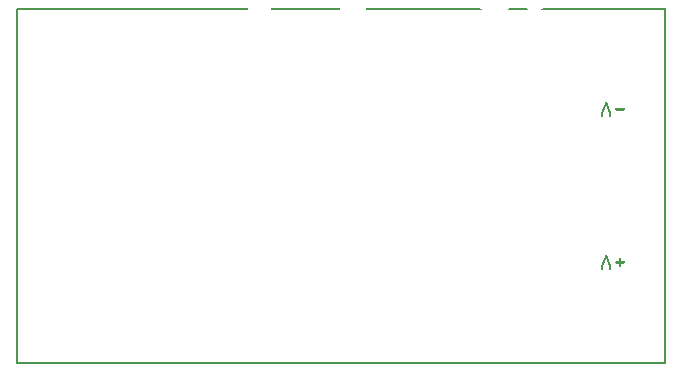
<source format=gbo>
G04 MADE WITH FRITZING*
G04 WWW.FRITZING.ORG*
G04 DOUBLE SIDED*
G04 HOLES PLATED*
G04 CONTOUR ON CENTER OF CONTOUR VECTOR*
%ASAXBY*%
%FSLAX23Y23*%
%MOIN*%
%OFA0B0*%
%SFA1.0B1.0*%
%ADD10C,0.005000*%
%ADD11R,0.001000X0.001000*%
%LNSILK0*%
G90*
G70*
G54D10*
X1434Y1518D02*
X1434Y338D01*
D02*
X1434Y338D02*
X3594Y338D01*
D02*
X3594Y338D02*
X3594Y1518D01*
G54D11*
X1432Y1521D02*
X2202Y1521D01*
X2280Y1521D02*
X2510Y1521D01*
X2596Y1521D02*
X2977Y1521D01*
X3074Y1521D02*
X3131Y1521D01*
X3187Y1521D02*
X3595Y1521D01*
X1432Y1520D02*
X2202Y1520D01*
X2280Y1520D02*
X2510Y1520D01*
X2596Y1520D02*
X2978Y1520D01*
X3073Y1520D02*
X3132Y1520D01*
X3186Y1520D02*
X3595Y1520D01*
X1431Y1519D02*
X2202Y1519D01*
X2280Y1519D02*
X2510Y1519D01*
X2596Y1519D02*
X2979Y1519D01*
X3072Y1519D02*
X3133Y1519D01*
X3184Y1519D02*
X3595Y1519D01*
X1432Y1518D02*
X2202Y1518D01*
X2281Y1518D02*
X2510Y1518D01*
X2596Y1518D02*
X2980Y1518D01*
X3071Y1518D02*
X3135Y1518D01*
X3183Y1518D02*
X3595Y1518D01*
X1433Y1517D02*
X2201Y1517D01*
X2281Y1517D02*
X2510Y1517D01*
X2596Y1517D02*
X2981Y1517D01*
X3070Y1517D02*
X3136Y1517D01*
X3181Y1517D02*
X3594Y1517D01*
X3396Y1209D02*
X3398Y1209D01*
X3395Y1208D02*
X3399Y1208D01*
X3394Y1207D02*
X3400Y1207D01*
X3394Y1206D02*
X3400Y1206D01*
X3393Y1205D02*
X3400Y1205D01*
X3393Y1204D02*
X3401Y1204D01*
X3393Y1203D02*
X3401Y1203D01*
X3392Y1202D02*
X3401Y1202D01*
X3392Y1201D02*
X3402Y1201D01*
X3391Y1200D02*
X3402Y1200D01*
X3391Y1199D02*
X3403Y1199D01*
X3391Y1198D02*
X3403Y1198D01*
X3390Y1197D02*
X3403Y1197D01*
X3390Y1196D02*
X3396Y1196D01*
X3398Y1196D02*
X3404Y1196D01*
X3389Y1195D02*
X3396Y1195D01*
X3398Y1195D02*
X3404Y1195D01*
X3389Y1194D02*
X3395Y1194D01*
X3399Y1194D02*
X3405Y1194D01*
X3389Y1193D02*
X3395Y1193D01*
X3399Y1193D02*
X3405Y1193D01*
X3388Y1192D02*
X3394Y1192D01*
X3399Y1192D02*
X3405Y1192D01*
X3388Y1191D02*
X3394Y1191D01*
X3400Y1191D02*
X3406Y1191D01*
X3388Y1190D02*
X3394Y1190D01*
X3400Y1190D02*
X3406Y1190D01*
X3431Y1190D02*
X3457Y1190D01*
X3387Y1189D02*
X3393Y1189D01*
X3400Y1189D02*
X3407Y1189D01*
X3429Y1189D02*
X3459Y1189D01*
X3387Y1188D02*
X3393Y1188D01*
X3401Y1188D02*
X3407Y1188D01*
X3428Y1188D02*
X3459Y1188D01*
X3386Y1187D02*
X3392Y1187D01*
X3401Y1187D02*
X3407Y1187D01*
X3428Y1187D02*
X3459Y1187D01*
X3386Y1186D02*
X3392Y1186D01*
X3402Y1186D02*
X3408Y1186D01*
X3428Y1186D02*
X3460Y1186D01*
X3386Y1185D02*
X3392Y1185D01*
X3402Y1185D02*
X3408Y1185D01*
X3428Y1185D02*
X3460Y1185D01*
X3385Y1184D02*
X3391Y1184D01*
X3402Y1184D02*
X3409Y1184D01*
X3428Y1184D02*
X3460Y1184D01*
X3385Y1183D02*
X3391Y1183D01*
X3403Y1183D02*
X3409Y1183D01*
X3428Y1183D02*
X3459Y1183D01*
X3384Y1182D02*
X3390Y1182D01*
X3403Y1182D02*
X3409Y1182D01*
X3429Y1182D02*
X3459Y1182D01*
X3384Y1181D02*
X3390Y1181D01*
X3404Y1181D02*
X3410Y1181D01*
X3430Y1181D02*
X3457Y1181D01*
X3384Y1180D02*
X3390Y1180D01*
X3404Y1180D02*
X3410Y1180D01*
X3383Y1179D02*
X3389Y1179D01*
X3404Y1179D02*
X3410Y1179D01*
X3383Y1178D02*
X3389Y1178D01*
X3405Y1178D02*
X3411Y1178D01*
X3382Y1177D02*
X3389Y1177D01*
X3405Y1177D02*
X3411Y1177D01*
X3382Y1176D02*
X3388Y1176D01*
X3406Y1176D02*
X3412Y1176D01*
X3382Y1175D02*
X3388Y1175D01*
X3406Y1175D02*
X3412Y1175D01*
X3381Y1174D02*
X3387Y1174D01*
X3406Y1174D02*
X3412Y1174D01*
X3381Y1173D02*
X3387Y1173D01*
X3407Y1173D02*
X3413Y1173D01*
X3381Y1172D02*
X3387Y1172D01*
X3407Y1172D02*
X3413Y1172D01*
X3381Y1171D02*
X3387Y1171D01*
X3407Y1171D02*
X3413Y1171D01*
X3381Y1170D02*
X3387Y1170D01*
X3407Y1170D02*
X3413Y1170D01*
X3381Y1169D02*
X3387Y1169D01*
X3407Y1169D02*
X3413Y1169D01*
X3381Y1168D02*
X3387Y1168D01*
X3407Y1168D02*
X3413Y1168D01*
X3381Y1167D02*
X3387Y1167D01*
X3407Y1167D02*
X3413Y1167D01*
X3381Y1166D02*
X3387Y1166D01*
X3407Y1166D02*
X3413Y1166D01*
X3381Y1165D02*
X3387Y1165D01*
X3407Y1165D02*
X3413Y1165D01*
X3381Y1164D02*
X3387Y1164D01*
X3407Y1164D02*
X3413Y1164D01*
X3381Y1163D02*
X3387Y1163D01*
X3407Y1163D02*
X3413Y1163D01*
X3381Y1162D02*
X3387Y1162D01*
X3407Y1162D02*
X3413Y1162D01*
X3381Y1161D02*
X3387Y1161D01*
X3407Y1161D02*
X3412Y1161D01*
X3382Y1160D02*
X3386Y1160D01*
X3408Y1160D02*
X3412Y1160D01*
X3383Y1159D02*
X3385Y1159D01*
X3409Y1159D02*
X3410Y1159D01*
X3396Y699D02*
X3398Y699D01*
X3395Y698D02*
X3399Y698D01*
X3394Y697D02*
X3400Y697D01*
X3394Y696D02*
X3400Y696D01*
X3393Y695D02*
X3400Y695D01*
X3393Y694D02*
X3401Y694D01*
X3393Y693D02*
X3401Y693D01*
X3392Y692D02*
X3402Y692D01*
X3392Y691D02*
X3402Y691D01*
X3391Y690D02*
X3402Y690D01*
X3443Y690D02*
X3445Y690D01*
X3391Y689D02*
X3403Y689D01*
X3442Y689D02*
X3446Y689D01*
X3391Y688D02*
X3403Y688D01*
X3441Y688D02*
X3446Y688D01*
X3390Y687D02*
X3403Y687D01*
X3441Y687D02*
X3447Y687D01*
X3390Y686D02*
X3396Y686D01*
X3398Y686D02*
X3404Y686D01*
X3441Y686D02*
X3447Y686D01*
X3389Y685D02*
X3396Y685D01*
X3398Y685D02*
X3404Y685D01*
X3441Y685D02*
X3447Y685D01*
X3389Y684D02*
X3395Y684D01*
X3399Y684D02*
X3405Y684D01*
X3441Y684D02*
X3447Y684D01*
X3389Y683D02*
X3395Y683D01*
X3399Y683D02*
X3405Y683D01*
X3441Y683D02*
X3447Y683D01*
X3388Y682D02*
X3394Y682D01*
X3399Y682D02*
X3405Y682D01*
X3441Y682D02*
X3447Y682D01*
X3388Y681D02*
X3394Y681D01*
X3400Y681D02*
X3406Y681D01*
X3441Y681D02*
X3447Y681D01*
X3387Y680D02*
X3394Y680D01*
X3400Y680D02*
X3406Y680D01*
X3441Y680D02*
X3447Y680D01*
X3387Y679D02*
X3393Y679D01*
X3401Y679D02*
X3407Y679D01*
X3441Y679D02*
X3447Y679D01*
X3387Y678D02*
X3393Y678D01*
X3401Y678D02*
X3407Y678D01*
X3441Y678D02*
X3447Y678D01*
X3386Y677D02*
X3392Y677D01*
X3401Y677D02*
X3407Y677D01*
X3430Y677D02*
X3458Y677D01*
X3386Y676D02*
X3392Y676D01*
X3402Y676D02*
X3408Y676D01*
X3429Y676D02*
X3459Y676D01*
X3386Y675D02*
X3392Y675D01*
X3402Y675D02*
X3408Y675D01*
X3428Y675D02*
X3459Y675D01*
X3385Y674D02*
X3391Y674D01*
X3402Y674D02*
X3409Y674D01*
X3428Y674D02*
X3459Y674D01*
X3385Y673D02*
X3391Y673D01*
X3403Y673D02*
X3409Y673D01*
X3428Y673D02*
X3459Y673D01*
X3384Y672D02*
X3390Y672D01*
X3403Y672D02*
X3409Y672D01*
X3429Y672D02*
X3459Y672D01*
X3384Y671D02*
X3390Y671D01*
X3404Y671D02*
X3410Y671D01*
X3431Y671D02*
X3457Y671D01*
X3384Y670D02*
X3390Y670D01*
X3404Y670D02*
X3410Y670D01*
X3441Y670D02*
X3447Y670D01*
X3383Y669D02*
X3389Y669D01*
X3404Y669D02*
X3411Y669D01*
X3441Y669D02*
X3447Y669D01*
X3383Y668D02*
X3389Y668D01*
X3405Y668D02*
X3411Y668D01*
X3441Y668D02*
X3447Y668D01*
X3382Y667D02*
X3388Y667D01*
X3405Y667D02*
X3411Y667D01*
X3441Y667D02*
X3447Y667D01*
X3382Y666D02*
X3388Y666D01*
X3406Y666D02*
X3412Y666D01*
X3441Y666D02*
X3447Y666D01*
X3382Y665D02*
X3388Y665D01*
X3406Y665D02*
X3412Y665D01*
X3441Y665D02*
X3447Y665D01*
X3381Y664D02*
X3387Y664D01*
X3406Y664D02*
X3412Y664D01*
X3441Y664D02*
X3447Y664D01*
X3381Y663D02*
X3387Y663D01*
X3407Y663D02*
X3413Y663D01*
X3441Y663D02*
X3447Y663D01*
X3381Y662D02*
X3387Y662D01*
X3407Y662D02*
X3413Y662D01*
X3441Y662D02*
X3447Y662D01*
X3381Y661D02*
X3387Y661D01*
X3407Y661D02*
X3413Y661D01*
X3441Y661D02*
X3447Y661D01*
X3381Y660D02*
X3387Y660D01*
X3407Y660D02*
X3413Y660D01*
X3441Y660D02*
X3446Y660D01*
X3381Y659D02*
X3387Y659D01*
X3407Y659D02*
X3413Y659D01*
X3442Y659D02*
X3446Y659D01*
X3381Y658D02*
X3387Y658D01*
X3407Y658D02*
X3413Y658D01*
X3381Y657D02*
X3387Y657D01*
X3407Y657D02*
X3413Y657D01*
X3381Y656D02*
X3387Y656D01*
X3407Y656D02*
X3413Y656D01*
X3381Y655D02*
X3387Y655D01*
X3407Y655D02*
X3413Y655D01*
X3381Y654D02*
X3387Y654D01*
X3407Y654D02*
X3413Y654D01*
X3381Y653D02*
X3387Y653D01*
X3407Y653D02*
X3413Y653D01*
X3381Y652D02*
X3387Y652D01*
X3407Y652D02*
X3413Y652D01*
X3381Y651D02*
X3386Y651D01*
X3407Y651D02*
X3412Y651D01*
X3382Y650D02*
X3386Y650D01*
X3408Y650D02*
X3412Y650D01*
X3384Y649D02*
X3384Y649D01*
X3409Y649D02*
X3410Y649D01*
D02*
G04 End of Silk0*
M02*
</source>
